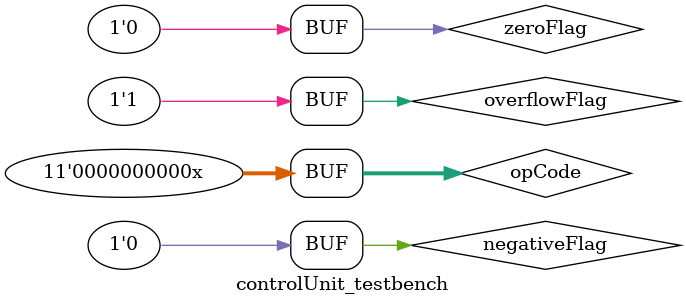
<source format=sv>
`timescale 1ns/10ps

module controlUnit(Reg2Loc, ALUSrc, MemToReg, RegWrite, 
						 MemWrite, BrTaken, UncondBr, ALUOp, 
						 X30Write, BLCtrl, SetFlag, opCode, negativeFlag, zeroFlag, overflowFlag);

	// To Store the 11-bit opCode 
	input logic [31:21] opCode;

	// ALU Flags
	input logic negativeFlag, zeroFlag, overflowFlag;

	// Control Signals for the datapath
	output logic Reg2Loc, MemToReg, RegWrite, MemWrite, 
					 UncondBr, X30Write, BLCtrl, SetFlag;
	output logic [1:0] ALUSrc;
	output logic [1:0] BrTaken;
	output logic [2:0] ALUOp;
	
	parameter [31:21] LDUR = 11'b11111000010, STUR = 11'b11111000000,
							B = 11'b000101xxxxx, CBZ = 11'b10110100xxx,
							ADDI = 11'b1001000100x, ADDS = 11'b10101011000,
							BL = 11'b100101xxxxx, BR = 11'b11010110000,
							SUBS = 11'b11101011000, BCOND = 11'b01010100xxx;
							
	
	logic [14:0] controlSignals;

	logic BLTLogic;
	assign BLTLogic = negativeFlag ^ overflowFlag;
	
	// controlSignals contains the following signals:
	// (13)Reg2Loc, (12)MemToReg, (11)RegWrite, (10)MemWrite, 
	// (9)UncondBr, (8)X30Write, (7)BLCtrl, (6)ALUSrc[1], 
	// (5)ALUSrc[0], (4)BrTaken[1], (3)BrTaken[0], (2)ALUOp[2], 
	// (1)ALUOp[1], (0)ALUOp[0]
	
	always_comb begin
		casex (opCode)
				
				LDUR : controlSignals = 15'b0x110x000100010;
				
				STUR : controlSignals = 15'b00x01x000100010;
				
				B : controlSignals = 15'b0xx001xxxx01xxx;
				
				CBZ : begin 
						controlSignals = 15'b00x00000000x000;
						controlSignals[3] = zeroFlag;
					end
				
				ADDI : controlSignals = 15'b0x010x001000010;
				
				ADDS : controlSignals = 15'b11010x000000010;

				BL : controlSignals = 15'b0xx10111xx01xxx;
				
				BR : controlSignals = 15'b00x00x00xx10xxx;
				
				SUBS : controlSignals = 15'b11010x000000011;

				BCOND : begin 
							controlSignals = 15'b00x0000x000xxxx;
							controlSignals[3] = BLTLogic;
						end
				
				default : controlSignals = 15'b0xx00xxxxx00xxx;
				
		endcase
	end
	
	assign SetFlag = controlSignals[14];
	assign Reg2Loc = controlSignals[13];
	assign MemToReg = controlSignals[12];
	assign RegWrite = controlSignals[11];
	assign MemWrite = controlSignals[10];
	assign UncondBr = controlSignals[9];
	assign X30Write = controlSignals[8];
	assign BLCtrl = controlSignals[7];
	assign ALUSrc = controlSignals[6:5];
	assign BrTaken = controlSignals[4:3];
	assign ALUOp = controlSignals[2:0];

endmodule

module controlUnit_testbench();
	logic [31:21] opCode;
	logic negativeFlag, zeroFlag, overflowFlag;
	logic Reg2Loc, MemToReg, RegWrite, MemWrite, UncondBr, X30Write, BLCtrl;
	logic [1:0] ALUSrc;
	logic [1:0] BrTaken;
	logic [2:0] ALUOp;
	
	controlUnit dut (Reg2Loc, ALUSrc, MemToReg, RegWrite, MemWrite, BrTaken, UncondBr, ALUOp, X30Write, BLCtrl, opCode, negativeFlag, zeroFlag, overflowFlag);
	
	initial begin
		negativeFlag = 0; zeroFlag = 0; overflowFlag = 0;
		
		// Test LDUR
		opCode = 11'b11111000010;
		#200;
		//assert(Reg2Loc == 1'bx && X30Write == 1'b0 && RegWrite == 1'b1 && ALUSrc == 2'b01 && ALUOp == 3'b010 && 
			//	MemWrite == 1'b0 && MemToReg == 1'b1 && BLCtrl == 1'b0 && BrTaken == 2'b00 && UncondBr == 1'bx);
			
		// Test STUR
		opCode = 11'b11111000000;
		#200;
		
		// Test BL
		opCode = 11'b100101xxxxx;
		#200;
		
		// Test CBZ with zeroFlag = 0
		opCode = 11'b10110100xxx;
		#200;
		
		// Test CBZ with zeroFlag = 1
		zeroFlag = 1'b1;
		#200;
		zeroFlag = 1'b0;
		
		// Test B.LT when overflowFlag == negativeFLag
		opCode = 11'b01010100xxx;
		#200;
		
		// Test B.LT when overflowFlag != negativeFLag
		overflowFlag = 1'b1;
		#200;
		

	end
endmodule

</source>
